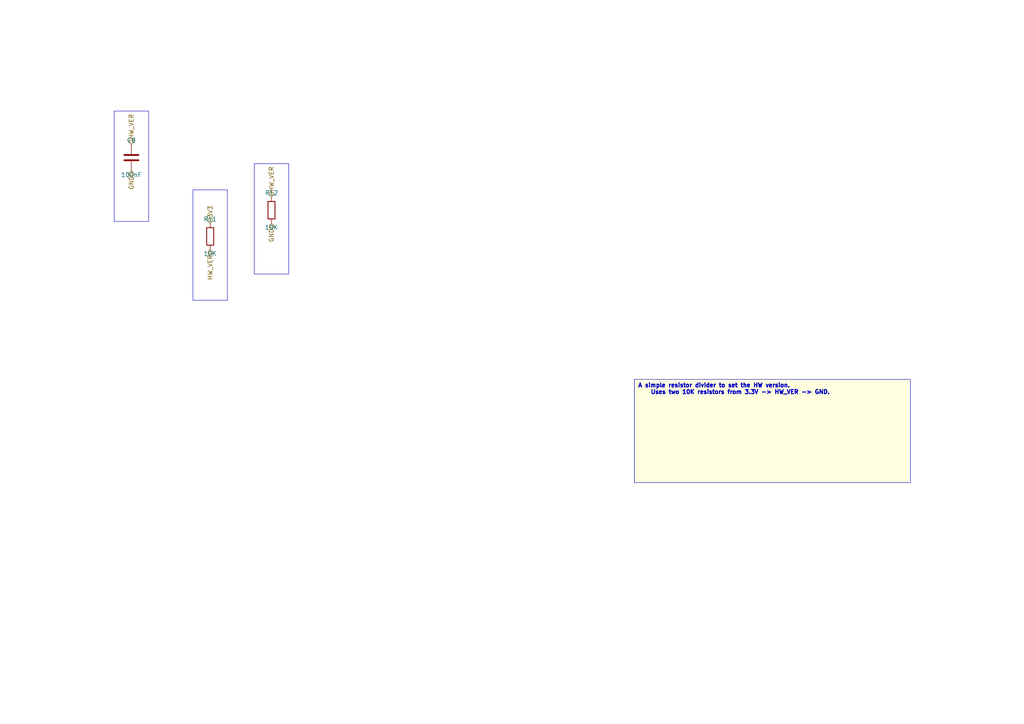
<source format=kicad_sch>
(kicad_sch (version 20250114) (generator "kicad_api") (generator_version 9.0)
  (paper A4)
  (paper A4)
  (lib_symbols
    (symbol "Device:C" (pin_numbers hide) (pin_names (offset 0.254))
      (property "Reference" "C" (at 0.0 0.0 0))
      (property "Value" "C" (at 0.0 0.0 0))
      (symbol "C_0_1"
        (polyline (pts (xy -2.032 0.762) (xy 2.032 0.762)) (stroke (width 0.508)))
        (polyline (pts (xy -2.032 -0.762) (xy 2.032 -0.762)) (stroke (width 0.508)))
      )
      (symbol "C_1_1"
        (pin passive line (at 0.0 3.81 270) (length 2.794) (name ~) (number "1"))
        (pin passive line (at 0.0 -3.81 90) (length 2.794) (name ~) (number "2"))
      )
    )
    (symbol "Device:R" (pin_numbers hide) (pin_names (offset 0.254))
      (property "Reference" "R" (at 0.0 0.0 0))
      (property "Value" "R" (at 0.0 0.0 0))
      (symbol "R_0_1"
        (rectangle (start -1.016 -2.54) (end 1.016 2.54) (stroke (width 0.254)))
      )
      (symbol "R_1_1"
        (pin passive line (at 0.0 3.81 270) (length 1.27) (name ~) (number "1"))
        (pin passive line (at 0.0 -3.81 90) (length 1.27) (name ~) (number "2"))
      )
    )
  )
  (title_block (title HW_version) (date 2025-07-29) (company Circuit-Synth))
  (symbol (lib_id Device:R) (at 60.96 68.58 0)
    (property "Reference" "R11" (at 60.96 63.58 0))
    (property "Value" "10K" (at 60.96 73.58 0))
    (property "Footprint" "Resistor_SMD:R_0603_1608Metric" (effects (hide yes)))
    (instances (project "circuit" (path "" (reference R11) (unit 1))) (project "example_kicad_project" (path "" (reference R11) (unit 1))))
  )
  (symbol (lib_id Device:R) (at 78.74 60.96 0)
    (property "Reference" "R12" (at 78.74 55.96 0))
    (property "Value" "10K" (at 78.74 65.96000000000001 0))
    (property "Footprint" "Resistor_SMD:R_0603_1608Metric" (effects (hide yes)))
    (instances (project "circuit" (path "" (reference R12) (unit 1))) (project "example_kicad_project" (path "" (reference R12) (unit 1))))
  )
  (symbol (lib_id Device:C) (at 38.1 45.72 0)
    (property "Reference" "C8" (at 38.1 40.72 0))
    (property "Value" "100nF" (at 38.1 50.72 0))
    (property "Footprint" "Capacitor_SMD:C_0603_1608Metric" (effects (hide yes)))
    (instances (project "circuit" (path "" (reference C8) (unit 1))) (project "example_kicad_project" (path "" (reference C8) (unit 1))))
  )
  (hierarchical_label 3V3 (shape input) (at 60.96 64.77 90))
  (hierarchical_label HW_VER (shape input) (at 60.96 72.39 270))
  (hierarchical_label HW_VER (shape input) (at 78.74 57.15 90))
  (hierarchical_label HW_VER (shape input) (at 38.1 41.91 90))
  (hierarchical_label GND (shape input) (at 78.74 64.77 270))
  (hierarchical_label GND (shape input) (at 38.1 49.53 270))
  (rectangle (start 55.96 55.071) (end 65.96000000000001 87.089) (stroke (width 0.127)))
  (rectangle (start 73.74 47.451) (end 83.74 79.469) (stroke (width 0.127)))
  (rectangle (start 33.1 32.211) (end 43.1 64.229) (stroke (width 0.127)))
  (text_box "A simple resistor divider to set the HW version.\n    Uses two 10K resistors from 3.3V -> HW_VER -> GND." (exclude_from_sim yes) (at 184.0 110.0 0) (size 80.0 30.0) (margins 1.0 1.0 1.0 1.0) (stroke (width 0.1)) (fill (type color) (color 255 255 224 1)) (effects (font (size 1.2 1.2) (thickness 0.254)) (justify left top)))
  (text_box "A simple resistor divider to set the HW version.\n    Uses two 10K resistors from 3.3V -> HW_VER -> GND." (exclude_from_sim yes) (at 184.0 110.0 0) (size 80.0 30.0) (margins 1.0 1.0 1.0 1.0) (stroke (width 0.1)) (fill (type color) (color 255 255 224 1)) (effects (font (size 1.2 1.2) (thickness 0.254)) (justify left top)))
)
</source>
